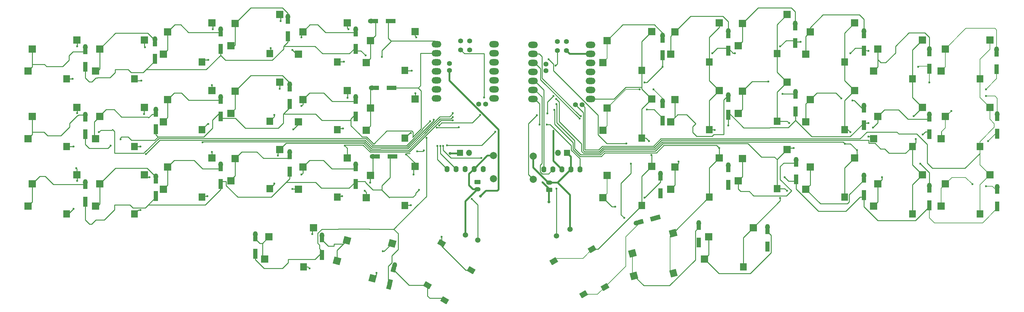
<source format=gbl>
G04 #@! TF.GenerationSoftware,KiCad,Pcbnew,(7.0.0-0)*
G04 #@! TF.CreationDate,2023-03-11T20:23:52-05:00*
G04 #@! TF.ProjectId,corne-ultralight,636f726e-652d-4756-9c74-72616c696768,2.0*
G04 #@! TF.SameCoordinates,Original*
G04 #@! TF.FileFunction,Copper,L2,Bot*
G04 #@! TF.FilePolarity,Positive*
%FSLAX46Y46*%
G04 Gerber Fmt 4.6, Leading zero omitted, Abs format (unit mm)*
G04 Created by KiCad (PCBNEW (7.0.0-0)) date 2023-03-11 20:23:52*
%MOMM*%
%LPD*%
G01*
G04 APERTURE LIST*
G04 Aperture macros list*
%AMRoundRect*
0 Rectangle with rounded corners*
0 $1 Rounding radius*
0 $2 $3 $4 $5 $6 $7 $8 $9 X,Y pos of 4 corners*
0 Add a 4 corners polygon primitive as box body*
4,1,4,$2,$3,$4,$5,$6,$7,$8,$9,$2,$3,0*
0 Add four circle primitives for the rounded corners*
1,1,$1+$1,$2,$3*
1,1,$1+$1,$4,$5*
1,1,$1+$1,$6,$7*
1,1,$1+$1,$8,$9*
0 Add four rect primitives between the rounded corners*
20,1,$1+$1,$2,$3,$4,$5,0*
20,1,$1+$1,$4,$5,$6,$7,0*
20,1,$1+$1,$6,$7,$8,$9,0*
20,1,$1+$1,$8,$9,$2,$3,0*%
%AMHorizOval*
0 Thick line with rounded ends*
0 $1 width*
0 $2 $3 position (X,Y) of the first rounded end (center of the circle)*
0 $4 $5 position (X,Y) of the second rounded end (center of the circle)*
0 Add line between two ends*
20,1,$1,$2,$3,$4,$5,0*
0 Add two circle primitives to create the rounded ends*
1,1,$1,$2,$3*
1,1,$1,$4,$5*%
%AMRotRect*
0 Rectangle, with rotation*
0 The origin of the aperture is its center*
0 $1 length*
0 $2 width*
0 $3 Rotation angle, in degrees counterclockwise*
0 Add horizontal line*
21,1,$1,$2,0,0,$3*%
G04 Aperture macros list end*
G04 #@! TA.AperFunction,ComponentPad*
%ADD10C,2.000000*%
G04 #@! TD*
G04 #@! TA.AperFunction,SMDPad,CuDef*
%ADD11R,1.900000X2.000000*%
G04 #@! TD*
G04 #@! TA.AperFunction,SMDPad,CuDef*
%ADD12R,2.000000X2.000000*%
G04 #@! TD*
G04 #@! TA.AperFunction,SMDPad,CuDef*
%ADD13RotRect,1.900000X2.000000X195.000000*%
G04 #@! TD*
G04 #@! TA.AperFunction,SMDPad,CuDef*
%ADD14RotRect,2.000000X2.000000X195.000000*%
G04 #@! TD*
G04 #@! TA.AperFunction,SMDPad,CuDef*
%ADD15RotRect,1.500000X2.000000X240.000000*%
G04 #@! TD*
G04 #@! TA.AperFunction,SMDPad,CuDef*
%ADD16RotRect,1.900000X2.000000X165.000000*%
G04 #@! TD*
G04 #@! TA.AperFunction,SMDPad,CuDef*
%ADD17RotRect,2.000000X2.000000X165.000000*%
G04 #@! TD*
G04 #@! TA.AperFunction,SMDPad,CuDef*
%ADD18RotRect,1.500000X2.000000X300.000000*%
G04 #@! TD*
G04 #@! TA.AperFunction,ComponentPad*
%ADD19O,1.397000X1.778000*%
G04 #@! TD*
G04 #@! TA.AperFunction,ComponentPad*
%ADD20O,2.750000X1.800000*%
G04 #@! TD*
G04 #@! TA.AperFunction,ComponentPad*
%ADD21C,1.397000*%
G04 #@! TD*
G04 #@! TA.AperFunction,ComponentPad*
%ADD22RoundRect,0.250000X0.625000X-0.350000X0.625000X0.350000X-0.625000X0.350000X-0.625000X-0.350000X0*%
G04 #@! TD*
G04 #@! TA.AperFunction,ComponentPad*
%ADD23O,1.750000X1.200000*%
G04 #@! TD*
G04 #@! TA.AperFunction,ComponentPad*
%ADD24R,1.700000X1.700000*%
G04 #@! TD*
G04 #@! TA.AperFunction,ComponentPad*
%ADD25O,1.700000X1.700000*%
G04 #@! TD*
G04 #@! TA.AperFunction,ComponentPad*
%ADD26RoundRect,0.250000X-0.625000X0.350000X-0.625000X-0.350000X0.625000X-0.350000X0.625000X0.350000X0*%
G04 #@! TD*
G04 #@! TA.AperFunction,ComponentPad*
%ADD27R,1.300000X1.778000*%
G04 #@! TD*
G04 #@! TA.AperFunction,SMDPad,CuDef*
%ADD28R,1.300000X1.400000*%
G04 #@! TD*
G04 #@! TA.AperFunction,ComponentPad*
%ADD29O,1.300000X1.778000*%
G04 #@! TD*
G04 #@! TA.AperFunction,ComponentPad*
%ADD30RotRect,1.778000X1.300000X195.000000*%
G04 #@! TD*
G04 #@! TA.AperFunction,SMDPad,CuDef*
%ADD31RotRect,1.400000X1.300000X15.000000*%
G04 #@! TD*
G04 #@! TA.AperFunction,ComponentPad*
%ADD32HorizOval,1.300000X-0.230856X-0.061858X0.230856X0.061858X0*%
G04 #@! TD*
G04 #@! TA.AperFunction,ComponentPad*
%ADD33RotRect,1.778000X1.300000X75.000000*%
G04 #@! TD*
G04 #@! TA.AperFunction,SMDPad,CuDef*
%ADD34RotRect,1.400000X1.300000X255.000000*%
G04 #@! TD*
G04 #@! TA.AperFunction,ComponentPad*
%ADD35HorizOval,1.300000X0.061858X0.230856X-0.061858X-0.230856X0*%
G04 #@! TD*
G04 #@! TA.AperFunction,ComponentPad*
%ADD36R,1.778000X1.300000*%
G04 #@! TD*
G04 #@! TA.AperFunction,SMDPad,CuDef*
%ADD37R,1.400000X1.300000*%
G04 #@! TD*
G04 #@! TA.AperFunction,ComponentPad*
%ADD38O,1.778000X1.300000*%
G04 #@! TD*
G04 #@! TA.AperFunction,SMDPad,CuDef*
%ADD39C,1.500000*%
G04 #@! TD*
G04 #@! TA.AperFunction,ViaPad*
%ADD40C,0.600000*%
G04 #@! TD*
G04 #@! TA.AperFunction,ViaPad*
%ADD41C,0.800000*%
G04 #@! TD*
G04 #@! TA.AperFunction,Conductor*
%ADD42C,0.250000*%
G04 #@! TD*
G04 #@! TA.AperFunction,Conductor*
%ADD43C,0.254000*%
G04 #@! TD*
G04 #@! TA.AperFunction,Conductor*
%ADD44C,0.500000*%
G04 #@! TD*
G04 #@! TA.AperFunction,Conductor*
%ADD45C,0.203200*%
G04 #@! TD*
G04 APERTURE END LIST*
D10*
X156012500Y-80067432D03*
X156012500Y-73567432D03*
D11*
X281484846Y-51820431D03*
D12*
X284284846Y-40840431D03*
X270584846Y-49620431D03*
X271784846Y-43380431D03*
D11*
X262484846Y-51820431D03*
D12*
X265284846Y-40840431D03*
X251584846Y-49620431D03*
X252784846Y-43380431D03*
D11*
X243484846Y-47070431D03*
D12*
X246284846Y-36090431D03*
X232584846Y-44870431D03*
X233784846Y-38630431D03*
D11*
X224484846Y-44695431D03*
D12*
X227284846Y-33715431D03*
X213584846Y-42495431D03*
X214784846Y-36255431D03*
D11*
X205484846Y-47070431D03*
D12*
X208284846Y-36090431D03*
X194584846Y-44870431D03*
X195784846Y-38630431D03*
D11*
X186484846Y-49445431D03*
D12*
X189284846Y-38465431D03*
X175584846Y-47245431D03*
X176784846Y-41005431D03*
D11*
X281484846Y-70820431D03*
D12*
X284284846Y-59840431D03*
X270584846Y-68620431D03*
X271784846Y-62380431D03*
D11*
X262484846Y-70820431D03*
D12*
X265284846Y-59840431D03*
X251584846Y-68620431D03*
X252784846Y-62380431D03*
D11*
X243484846Y-66070431D03*
D12*
X246284846Y-55090431D03*
X232584846Y-63870431D03*
X233784846Y-57630431D03*
D11*
X224484846Y-63695431D03*
D12*
X227284846Y-52715431D03*
X213584846Y-61495431D03*
X214784846Y-55255431D03*
D11*
X205484846Y-66070431D03*
D12*
X208284846Y-55090431D03*
X194584846Y-63870431D03*
X195784846Y-57630431D03*
D11*
X186484846Y-68445431D03*
D12*
X189284846Y-57465431D03*
X175584846Y-66245431D03*
X176784846Y-60005431D03*
D11*
X281484846Y-89820431D03*
D12*
X284284846Y-78840431D03*
X270584846Y-87620431D03*
X271784846Y-81380431D03*
D11*
X262484846Y-89820431D03*
D12*
X265284846Y-78840431D03*
X251584846Y-87620431D03*
X252784846Y-81380431D03*
D11*
X243484846Y-85070431D03*
D12*
X246284846Y-74090431D03*
X232584846Y-82870431D03*
X233784846Y-76630431D03*
D11*
X224484846Y-82695431D03*
D12*
X227284846Y-71715431D03*
X213584846Y-80495431D03*
X214784846Y-74255431D03*
D11*
X205484846Y-85070431D03*
D12*
X208284846Y-74090431D03*
X194584846Y-82870431D03*
X195784846Y-76630431D03*
D11*
X214984846Y-104695431D03*
D12*
X217784846Y-93715431D03*
X204084846Y-102495431D03*
X205284846Y-96255431D03*
D13*
X195416471Y-106519700D03*
D14*
X195279230Y-95189141D03*
X184318477Y-107215791D03*
X183862557Y-100877831D03*
D11*
X186484846Y-87445431D03*
D12*
X189284846Y-76465431D03*
X175584846Y-85245431D03*
X176784846Y-79005431D03*
D11*
X119987499Y-49444999D03*
D12*
X122787499Y-38464999D03*
X109087499Y-47244999D03*
X110287499Y-41004999D03*
D11*
X100987499Y-47069999D03*
D12*
X103787499Y-36089999D03*
X90087499Y-44869999D03*
X91287499Y-38629999D03*
D11*
X81987499Y-44694999D03*
D12*
X84787499Y-33714999D03*
X71087499Y-42494999D03*
X72287499Y-36254999D03*
D11*
X62987499Y-47069999D03*
D12*
X65787499Y-36089999D03*
X52087499Y-44869999D03*
X53287499Y-38629999D03*
D11*
X43987499Y-51819999D03*
D12*
X46787499Y-40839999D03*
X33087499Y-49619999D03*
X34287499Y-43379999D03*
D11*
X119987499Y-87444999D03*
D12*
X122787499Y-76464999D03*
X109087499Y-85244999D03*
X110287499Y-79004999D03*
D15*
X130288090Y-97991859D03*
X138547049Y-105646923D03*
X126337794Y-109913972D03*
X131141793Y-114073202D03*
D11*
X24987499Y-89819999D03*
D12*
X27787499Y-78839999D03*
X14087499Y-87619999D03*
X15287499Y-81379999D03*
D16*
X110865059Y-107968655D03*
D17*
X116411484Y-98087482D03*
X100905869Y-103022490D03*
X103680011Y-97305696D03*
D11*
X91487499Y-104694999D03*
D12*
X94287499Y-93714999D03*
X80587499Y-102494999D03*
X81787499Y-96254999D03*
D11*
X100987499Y-85069999D03*
D12*
X103787499Y-74089999D03*
X90087499Y-82869999D03*
X91287499Y-76629999D03*
D11*
X81987499Y-82694999D03*
D12*
X84787499Y-71714999D03*
X71087499Y-80494999D03*
X72287499Y-74254999D03*
D11*
X62987499Y-85069999D03*
D12*
X65787499Y-74089999D03*
X52087499Y-82869999D03*
X53287499Y-76629999D03*
D11*
X43987499Y-89819999D03*
D12*
X46787499Y-78839999D03*
X33087499Y-87619999D03*
X34287499Y-81379999D03*
D11*
X119987499Y-68444999D03*
D12*
X122787499Y-57464999D03*
X109087499Y-66244999D03*
X110287499Y-60004999D03*
D11*
X100987499Y-66069999D03*
D12*
X103787499Y-55089999D03*
X90087499Y-63869999D03*
X91287499Y-57629999D03*
D11*
X81987499Y-63694999D03*
D12*
X84787499Y-52714999D03*
X71087499Y-61494999D03*
X72287499Y-55254999D03*
D11*
X62987499Y-66069999D03*
D12*
X65787499Y-55089999D03*
X52087499Y-63869999D03*
X53287499Y-57629999D03*
D11*
X43987499Y-70819999D03*
D12*
X46787499Y-59839999D03*
X33087499Y-68619999D03*
X34287499Y-62379999D03*
D11*
X24987499Y-70819999D03*
D12*
X27787499Y-59839999D03*
X14087499Y-68619999D03*
X15287499Y-62379999D03*
D11*
X24987499Y-51819999D03*
D12*
X27787499Y-40839999D03*
X14087499Y-49619999D03*
X15287499Y-43379999D03*
D18*
X161785437Y-103072291D03*
X172544396Y-99747355D03*
X170135141Y-112454404D03*
X176139140Y-110373634D03*
D19*
X131758499Y-77167999D03*
X134298499Y-77167999D03*
X136838499Y-77167999D03*
X139378499Y-77167999D03*
X141918499Y-77167999D03*
D10*
X144862500Y-79921000D03*
X144862500Y-73421000D03*
D19*
X158987499Y-77309999D03*
X161527499Y-77309999D03*
X164067499Y-77309999D03*
X166607499Y-77309999D03*
X169147499Y-77309999D03*
D20*
X128798899Y-42085399D03*
X128798899Y-44625399D03*
X128798899Y-47165399D03*
X128798899Y-49705399D03*
X128798899Y-52245399D03*
X128798899Y-54785399D03*
X128798899Y-57325399D03*
X144988899Y-57325399D03*
X144988899Y-54785399D03*
X144988899Y-52245399D03*
X144988899Y-49705399D03*
X144988899Y-47165399D03*
X144988899Y-44625399D03*
X144988899Y-42085399D03*
D21*
X135623900Y-41133400D03*
X138163900Y-41133400D03*
X135623900Y-43673400D03*
X138163900Y-43673400D03*
X132448900Y-49388400D03*
X132448900Y-47483400D03*
X140703900Y-58913400D03*
X142608900Y-58913400D03*
D20*
X155951499Y-42212399D03*
X155951499Y-44752399D03*
X155951499Y-47292399D03*
X155951499Y-49832399D03*
X155951499Y-52372399D03*
X155951499Y-54912399D03*
X155951499Y-57452399D03*
X172141499Y-57452399D03*
X172141499Y-54912399D03*
X172141499Y-52372399D03*
X172141499Y-49832399D03*
X172141499Y-47292399D03*
X172141499Y-44752399D03*
X172141499Y-42212399D03*
D21*
X162776500Y-41260400D03*
X165316500Y-41260400D03*
X162776500Y-43800400D03*
X165316500Y-43800400D03*
X159601500Y-49515400D03*
X159601500Y-47610400D03*
X167856500Y-59040400D03*
X169761500Y-59040400D03*
D22*
X160537500Y-83045000D03*
D23*
X160537499Y-81044999D03*
D24*
X165512499Y-72594999D03*
D25*
X162972499Y-72594999D03*
D24*
X135472499Y-72594999D03*
D25*
X138012499Y-72594999D03*
D26*
X140387500Y-80845000D03*
D23*
X140387499Y-82844999D03*
D27*
X286347499Y-88239999D03*
D28*
X286347499Y-87014999D03*
X286347499Y-83464999D03*
D29*
X286347499Y-82239999D03*
D27*
X248882499Y-85064999D03*
D28*
X248882499Y-83839999D03*
X248882499Y-80289999D03*
D29*
X248882499Y-79064999D03*
D27*
X229832499Y-80619999D03*
D28*
X229832499Y-79394999D03*
X229832499Y-75844999D03*
D29*
X229832499Y-74619999D03*
D27*
X210782499Y-82170431D03*
D28*
X210782499Y-80945431D03*
X210782499Y-77395431D03*
D29*
X210782499Y-76170431D03*
D27*
X191732499Y-84545431D03*
D28*
X191732499Y-83320431D03*
X191732499Y-79770431D03*
D29*
X191732499Y-78545431D03*
D27*
X221831499Y-99542999D03*
D28*
X221831499Y-98317999D03*
X221831499Y-94767999D03*
D29*
X221831499Y-93542999D03*
D27*
X202527499Y-98399999D03*
D28*
X202527499Y-97174999D03*
X202527499Y-93624999D03*
D29*
X202527499Y-92399999D03*
D30*
X190820276Y-90813542D03*
D31*
X189637017Y-91130595D03*
X186207981Y-92049403D03*
D32*
X185024722Y-92366456D03*
D27*
X286184846Y-49620431D03*
D28*
X286184846Y-48395431D03*
X286184846Y-44845431D03*
D29*
X286184846Y-43620431D03*
D27*
X267297499Y-49504999D03*
D28*
X267297499Y-48279999D03*
X267297499Y-44729999D03*
D29*
X267297499Y-43504999D03*
D27*
X248882499Y-44424999D03*
D28*
X248882499Y-43199999D03*
X248882499Y-39649999D03*
D29*
X248882499Y-38424999D03*
D27*
X229582499Y-42269999D03*
D28*
X229582499Y-41044999D03*
X229582499Y-37494999D03*
D29*
X229582499Y-36269999D03*
D27*
X210782499Y-44424999D03*
D28*
X210782499Y-43199999D03*
X210782499Y-39649999D03*
D29*
X210782499Y-38424999D03*
D27*
X192367499Y-45694999D03*
D28*
X192367499Y-44469999D03*
X192367499Y-40919999D03*
D29*
X192367499Y-39694999D03*
D27*
X286347499Y-67789999D03*
D28*
X286347499Y-66564999D03*
X286347499Y-63014999D03*
D29*
X286347499Y-61789999D03*
D27*
X267297499Y-67909999D03*
D28*
X267297499Y-66684999D03*
X267297499Y-63134999D03*
D29*
X267297499Y-61909999D03*
D27*
X248882499Y-65379999D03*
D28*
X248882499Y-64154999D03*
X248882499Y-60604999D03*
D29*
X248882499Y-59379999D03*
D27*
X229697499Y-61495431D03*
D28*
X229697499Y-60270431D03*
X229697499Y-56720431D03*
D29*
X229697499Y-55495431D03*
D27*
X210782499Y-62440431D03*
D28*
X210782499Y-61215431D03*
X210782499Y-57665431D03*
D29*
X210782499Y-56440431D03*
D27*
X50000499Y-85318999D03*
D28*
X50000499Y-84093999D03*
X50000499Y-80543999D03*
D29*
X50000499Y-79318999D03*
D27*
X50000499Y-66522999D03*
D28*
X50000499Y-65297999D03*
X50000499Y-61747999D03*
D29*
X50000499Y-60522999D03*
D27*
X49746499Y-46710999D03*
D28*
X49746499Y-45485999D03*
X49746499Y-41935999D03*
D29*
X49746499Y-40710999D03*
D27*
X192367499Y-64109999D03*
D28*
X192367499Y-62884999D03*
X192367499Y-59334999D03*
D29*
X192367499Y-58109999D03*
D33*
X115518042Y-110108776D03*
D34*
X115835095Y-108925517D03*
X116753903Y-105496481D03*
D35*
X117070956Y-104313222D03*
D27*
X96687499Y-101904999D03*
D28*
X96687499Y-100679999D03*
X96687499Y-97129999D03*
D29*
X96687499Y-95904999D03*
D27*
X77940499Y-101574999D03*
D28*
X77940499Y-100349999D03*
X77940499Y-96799999D03*
D29*
X77940499Y-95574999D03*
D36*
X117008499Y-73682999D03*
D37*
X115783499Y-73682999D03*
X112233499Y-73682999D03*
D38*
X111008499Y-73682999D03*
D27*
X106187499Y-81919999D03*
D28*
X106187499Y-80694999D03*
X106187499Y-77144999D03*
D29*
X106187499Y-75919999D03*
D27*
X87592499Y-78460999D03*
D28*
X87592499Y-77235999D03*
X87592499Y-73685999D03*
D29*
X87592499Y-72460999D03*
D27*
X68187499Y-81919999D03*
D28*
X68187499Y-80694999D03*
X68187499Y-77144999D03*
D29*
X68187499Y-75919999D03*
D27*
X30187499Y-86916874D03*
D28*
X30187499Y-85691874D03*
X30187499Y-82141874D03*
D29*
X30187499Y-80916874D03*
D36*
X116754499Y-54378999D03*
D37*
X115529499Y-54378999D03*
X111979499Y-54378999D03*
D38*
X110754499Y-54378999D03*
D27*
X106187499Y-62919999D03*
D28*
X106187499Y-61694999D03*
X106187499Y-58144999D03*
D29*
X106187499Y-56919999D03*
D27*
X87592499Y-59410999D03*
D28*
X87592499Y-58185999D03*
X87592499Y-54635999D03*
D29*
X87592499Y-53410999D03*
D27*
X68187499Y-62919999D03*
D28*
X68187499Y-61694999D03*
X68187499Y-58144999D03*
D29*
X68187499Y-56919999D03*
D27*
X30187499Y-67916874D03*
D28*
X30187499Y-66691874D03*
X30187499Y-63141874D03*
D29*
X30187499Y-61916874D03*
D36*
X116500499Y-35582999D03*
D37*
X115275499Y-35582999D03*
X111725499Y-35582999D03*
D38*
X110500499Y-35582999D03*
D27*
X106187499Y-43919999D03*
D28*
X106187499Y-42694999D03*
X106187499Y-39144999D03*
D29*
X106187499Y-37919999D03*
D27*
X87084499Y-40360999D03*
D28*
X87084499Y-39135999D03*
X87084499Y-35585999D03*
D29*
X87084499Y-34360999D03*
D27*
X68187499Y-43919999D03*
D28*
X68187499Y-42694999D03*
X68187499Y-39144999D03*
D29*
X68187499Y-37919999D03*
D27*
X30187499Y-48916874D03*
D28*
X30187499Y-47691874D03*
X30187499Y-44141874D03*
D29*
X30187499Y-42916874D03*
D27*
X267297499Y-87909999D03*
D28*
X267297499Y-86684999D03*
X267297499Y-83134999D03*
D29*
X267297499Y-81909999D03*
D39*
X140399100Y-97178000D03*
X162522500Y-96035000D03*
X166332500Y-94130000D03*
X136944700Y-95755600D03*
D40*
X108928500Y-45235000D03*
X113496599Y-45582474D03*
X40094500Y-68857000D03*
X37300500Y-70635000D03*
D41*
X160387500Y-86445000D03*
D40*
X158636300Y-80922000D03*
X123939900Y-83004800D03*
X126046369Y-68423469D03*
X90894500Y-40155000D03*
X88354500Y-43711000D03*
X90894500Y-59459000D03*
X88608500Y-66063000D03*
X88354500Y-82827000D03*
X90894500Y-78763000D03*
X110198500Y-81049000D03*
X108674500Y-83335000D03*
D41*
X132677500Y-72794000D03*
D40*
X138748100Y-85621000D03*
X27902500Y-80541000D03*
X27648500Y-76985000D03*
X128916569Y-65553269D03*
X135115900Y-65453400D03*
X26886500Y-88415000D03*
X26632500Y-51839000D03*
X26886500Y-70889000D03*
X33998500Y-66825000D03*
X27902500Y-61491000D03*
X27902500Y-42695000D03*
X127035459Y-63697560D03*
X46952500Y-42949000D03*
X45936500Y-52347000D03*
X45682500Y-70889000D03*
X129589669Y-64880169D03*
X48222500Y-79525000D03*
X128042285Y-63332786D03*
X47222500Y-72945000D03*
X141095110Y-61988790D03*
X46698500Y-61745000D03*
X45682500Y-88719989D03*
X63112500Y-69658478D03*
X133427000Y-61468872D03*
X65748500Y-72413000D03*
X64732500Y-64539000D03*
X66002500Y-37869000D03*
X64478500Y-84859000D03*
X64732500Y-46505000D03*
X65748500Y-53617000D03*
X133427000Y-62581226D03*
X84290500Y-73429000D03*
X93942500Y-95527000D03*
X85052500Y-35583000D03*
X83274500Y-81303000D03*
X84798500Y-54633000D03*
X93180500Y-105179000D03*
X82258500Y-43203000D03*
X83274500Y-61999000D03*
X133450000Y-63461904D03*
X102578500Y-65809000D03*
X111976500Y-106449000D03*
X104102500Y-37869000D03*
X102832500Y-47013000D03*
X103086500Y-70635000D03*
X102324500Y-84859000D03*
X113754500Y-100353000D03*
X103848500Y-57173000D03*
X125311500Y-71955800D03*
X122898500Y-55903000D03*
X121628500Y-87399000D03*
X121628500Y-67079000D03*
X145326700Y-66698000D03*
X123388000Y-72184400D03*
X123152500Y-40155000D03*
X131813900Y-70482600D03*
X122390500Y-78763000D03*
X130264500Y-96289000D03*
X121882500Y-49553000D03*
X120262500Y-73008042D03*
X142215000Y-57015400D03*
X129902528Y-70647032D03*
X129104150Y-70689418D03*
D41*
X141186500Y-84859000D03*
D40*
X187287500Y-52855000D03*
X192367500Y-48410000D03*
X267297500Y-52855000D03*
X212687500Y-44600000D03*
X283172500Y-54760000D03*
X231102500Y-41425000D03*
X245072500Y-44600000D03*
X264122500Y-48410000D03*
X206337500Y-44600000D03*
X250152500Y-43965000D03*
X225387500Y-42695000D03*
X187922500Y-60475000D03*
X265392500Y-67460000D03*
X210782500Y-64920000D03*
X283807500Y-69365000D03*
X169427377Y-62303800D03*
X250152500Y-64285000D03*
X273455268Y-60829528D03*
X283172500Y-56665000D03*
X251422500Y-65555000D03*
X250152500Y-68095000D03*
X245707500Y-57935000D03*
X242532500Y-57300000D03*
X222047323Y-52594644D03*
X226022500Y-56030000D03*
X169058342Y-63013037D03*
X226657500Y-79525000D03*
X189827500Y-54760000D03*
X185872752Y-54789290D03*
X283172500Y-82065000D03*
X279362500Y-81430000D03*
X264757500Y-75715000D03*
X253962500Y-79525000D03*
X196812500Y-75080000D03*
X179032500Y-87780000D03*
X187287500Y-85240000D03*
X160363500Y-46327200D03*
X181572500Y-90955000D03*
X183477500Y-75715000D03*
X182207500Y-70000000D03*
X162293900Y-48054400D03*
X161684300Y-56614200D03*
X159957100Y-61541800D03*
X157036100Y-62024400D03*
X263487500Y-68730000D03*
X262852500Y-62272779D03*
X243559368Y-70045000D03*
X245072500Y-66825000D03*
X162446300Y-57477800D03*
X246977500Y-71905000D03*
X229197500Y-71270000D03*
X227292500Y-83335000D03*
X162547900Y-58925600D03*
X227927500Y-64285000D03*
X225387500Y-85358500D03*
X208242500Y-71270000D03*
X161963700Y-60551200D03*
X206972500Y-66190000D03*
X189192500Y-73227080D03*
X188557500Y-69365000D03*
X141418823Y-74067723D03*
X130699211Y-70714111D03*
X162522500Y-82700000D03*
X157798100Y-64666000D03*
X159804700Y-64666000D03*
D42*
X33197500Y-51547631D02*
X33601871Y-51547631D01*
X30187500Y-48916875D02*
X30187500Y-47691875D01*
D43*
X69589501Y-46572001D02*
X68187500Y-45170000D01*
X38574500Y-49214000D02*
X42256500Y-49214000D01*
X82714499Y-46572001D02*
X69589501Y-46572001D01*
D42*
X30197500Y-51547631D02*
X30197500Y-48926875D01*
X116041500Y-41170000D02*
X128358500Y-41170000D01*
D43*
X42256500Y-49214000D02*
X43079011Y-50036511D01*
X61768500Y-49214000D02*
X61787500Y-49195000D01*
D42*
X116040500Y-41171000D02*
X115275500Y-40406000D01*
X33601871Y-51547631D02*
X33654501Y-51495001D01*
X106187500Y-43920000D02*
X106187500Y-42695000D01*
X49746500Y-46761000D02*
X47293500Y-49214000D01*
D43*
X43079011Y-50036511D02*
X46470989Y-50036511D01*
D42*
X113496599Y-45582474D02*
X113496599Y-43877142D01*
D43*
X47293500Y-49214000D02*
X61768500Y-49214000D01*
D42*
X68192500Y-42690000D02*
X68187500Y-42695000D01*
X107613500Y-43920000D02*
X108928500Y-45235000D01*
D43*
X104380500Y-44727000D02*
X96797500Y-44727000D01*
D42*
X115275500Y-40406000D02*
X115275500Y-35583000D01*
X32085131Y-52660000D02*
X31309869Y-52660000D01*
X30197500Y-48926875D02*
X30187500Y-48916875D01*
X49746500Y-46711000D02*
X49746500Y-46761000D01*
X37136499Y-51495001D02*
X38574500Y-50057000D01*
D43*
X64162500Y-49195000D02*
X68187500Y-45170000D01*
X106197500Y-42910000D02*
X104380500Y-44727000D01*
D42*
X68187500Y-43920000D02*
X68187500Y-42695000D01*
D43*
X96797500Y-44727000D02*
X94720024Y-42649524D01*
X61787500Y-49195000D02*
X64162500Y-49195000D01*
D42*
X33197500Y-51547631D02*
X32085131Y-52660000D01*
X87084500Y-41477524D02*
X85912500Y-42649524D01*
X87084500Y-40361000D02*
X87084500Y-41477524D01*
X128358500Y-41170000D02*
X129273900Y-42085400D01*
D43*
X46470989Y-50036511D02*
X47293500Y-49214000D01*
D42*
X116040500Y-41171000D02*
X116041500Y-41170000D01*
D43*
X85912500Y-42649524D02*
X85912500Y-43374000D01*
D42*
X33654501Y-51495001D02*
X37136499Y-51495001D01*
X38574500Y-50057000D02*
X38574500Y-49214000D01*
D43*
X68187500Y-45170000D02*
X68187500Y-43920000D01*
D42*
X116040500Y-41333241D02*
X116040500Y-41171000D01*
X113496599Y-43877142D02*
X116040500Y-41333241D01*
D43*
X85912500Y-43374000D02*
X82714499Y-46572001D01*
D42*
X106187500Y-43920000D02*
X107613500Y-43920000D01*
D43*
X94720024Y-42649524D02*
X85912500Y-42649524D01*
D42*
X31309869Y-52660000D02*
X30197500Y-51547631D01*
X67612500Y-61695000D02*
X65887500Y-63420000D01*
X85814196Y-64285304D02*
X85814196Y-61745000D01*
X85814196Y-61745000D02*
X94874500Y-61745000D01*
X65887500Y-65720000D02*
X63479541Y-68127959D01*
X106187500Y-62920000D02*
X106187500Y-61695000D01*
D43*
X107150500Y-67333000D02*
X104812500Y-64995000D01*
X49720989Y-69036511D02*
X50629541Y-68127959D01*
D42*
X68187500Y-62920000D02*
X68187500Y-61695000D01*
X87592500Y-59411000D02*
X87592500Y-59966696D01*
X40094500Y-68414918D02*
X40381459Y-68127959D01*
X30187500Y-67916875D02*
X30187500Y-66691875D01*
X30187500Y-70243549D02*
X31341212Y-71397261D01*
X63479541Y-68127959D02*
X61895459Y-68127959D01*
D43*
X104812500Y-64995000D02*
X104812500Y-63295000D01*
X122154500Y-68194000D02*
X124520489Y-65828011D01*
D42*
X121887384Y-66454000D02*
X122253500Y-66820116D01*
X30187500Y-67916875D02*
X30187500Y-70243549D01*
X50000500Y-66523000D02*
X50000500Y-67587000D01*
D43*
X40381459Y-68127959D02*
X42255459Y-68127959D01*
X123701480Y-54379000D02*
X116754500Y-54379000D01*
D42*
X72397500Y-62920000D02*
X75152500Y-65675000D01*
X68187500Y-61695000D02*
X67612500Y-61695000D01*
X104812500Y-63070000D02*
X106187500Y-61695000D01*
X94874500Y-61745000D02*
X96652500Y-63523000D01*
X50000500Y-67587000D02*
X50508500Y-68095000D01*
D43*
X124520490Y-55198010D02*
X123701480Y-54379000D01*
D42*
X107914500Y-68097000D02*
X109187500Y-68097000D01*
X31341212Y-71397261D02*
X36538239Y-71397261D01*
X107150500Y-67333000D02*
X107914500Y-68097000D01*
D43*
X50629541Y-68127959D02*
X61895459Y-68127959D01*
D42*
X122253500Y-66820116D02*
X122253500Y-68095000D01*
D43*
X124346300Y-44625400D02*
X129273900Y-44625400D01*
D42*
X122253500Y-68095000D02*
X122154500Y-68194000D01*
X104584500Y-63523000D02*
X104812500Y-63295000D01*
D43*
X43164011Y-69036511D02*
X49720989Y-69036511D01*
D42*
X36538239Y-71397261D02*
X37300500Y-70635000D01*
X75152500Y-65675000D02*
X84424500Y-65675000D01*
D43*
X123701480Y-54379000D02*
X124346300Y-53734180D01*
D42*
X65887500Y-63420000D02*
X65887500Y-65720000D01*
D43*
X124520489Y-65828011D02*
X124520490Y-55198010D01*
D42*
X40094500Y-68857000D02*
X40094500Y-68414918D01*
X96652500Y-63523000D02*
X104584500Y-63523000D01*
X114903300Y-66454000D02*
X121887384Y-66454000D01*
X84424500Y-65675000D02*
X85814196Y-64285304D01*
X111223900Y-70133400D02*
X114903300Y-66454000D01*
X87592500Y-59966696D02*
X85814196Y-61745000D01*
X109187500Y-68097000D02*
X111223900Y-70133400D01*
D43*
X124346300Y-53734180D02*
X124346300Y-44625400D01*
D42*
X104812500Y-63295000D02*
X104812500Y-63070000D01*
X68187500Y-62920000D02*
X72397500Y-62920000D01*
D43*
X42255459Y-68127959D02*
X43164011Y-69036511D01*
D44*
X160537500Y-83045000D02*
X160537500Y-82823200D01*
X160387500Y-86445000D02*
X160387500Y-83195000D01*
X160537500Y-82823200D02*
X158636300Y-80922000D01*
X160387500Y-83195000D02*
X160537500Y-83045000D01*
D43*
X108947500Y-80910000D02*
X108732500Y-80695000D01*
X104284500Y-82573000D02*
X105947500Y-80910000D01*
D42*
X68192500Y-80690000D02*
X69762500Y-80690000D01*
D43*
X108732500Y-80695000D02*
X106187500Y-80695000D01*
X47883500Y-87234000D02*
X63873500Y-87234000D01*
D42*
X122962500Y-83943400D02*
X122962500Y-84370000D01*
X113500500Y-81873241D02*
X113500500Y-83039000D01*
X31385000Y-92660000D02*
X32010000Y-92660000D01*
X73055500Y-85113000D02*
X82402500Y-85113000D01*
X32010000Y-92660000D02*
X33197500Y-91472500D01*
X115617500Y-85240000D02*
X113458500Y-83081000D01*
X87592500Y-79923000D02*
X86551500Y-80964000D01*
X68187500Y-80695000D02*
X68192500Y-80690000D01*
X110993500Y-83081000D02*
X113458500Y-83081000D01*
X30197500Y-86926875D02*
X30197500Y-91472500D01*
X122219500Y-85113000D02*
X115744500Y-85113000D01*
X115744500Y-85113000D02*
X115617500Y-85240000D01*
X115783500Y-73683000D02*
X115783500Y-79590241D01*
X30187500Y-86916875D02*
X30197500Y-86926875D01*
D43*
X38384500Y-87234000D02*
X42753500Y-87234000D01*
D42*
X50000500Y-85319000D02*
X49798500Y-85319000D01*
X115783500Y-79590241D02*
X113500500Y-81873241D01*
X106187500Y-80695000D02*
X106187500Y-81920000D01*
D43*
X47024011Y-88093489D02*
X47883500Y-87234000D01*
D42*
X123939900Y-83004800D02*
X123901100Y-83004800D01*
X33197500Y-91472500D02*
X35513000Y-91472500D01*
D43*
X86551500Y-80964000D02*
X94874500Y-80964000D01*
X94874500Y-80964000D02*
X96483500Y-82573000D01*
X96483500Y-82573000D02*
X104284500Y-82573000D01*
D42*
X68187500Y-81920000D02*
X68187500Y-80695000D01*
D43*
X68187500Y-82920000D02*
X68187500Y-81920000D01*
D42*
X69762500Y-80690000D02*
X69762500Y-81820000D01*
D43*
X43612989Y-88093489D02*
X47024011Y-88093489D01*
D42*
X82402500Y-85113000D02*
X86551500Y-80964000D01*
X87592500Y-78461000D02*
X87592500Y-79923000D01*
X30187500Y-86916875D02*
X30187500Y-85691875D01*
X30197500Y-91472500D02*
X31385000Y-92660000D01*
X122962500Y-84370000D02*
X122219500Y-85113000D01*
D43*
X108947500Y-80910000D02*
X108947500Y-81035000D01*
X42753500Y-87234000D02*
X43612989Y-88093489D01*
D42*
X109197500Y-81285000D02*
X110993500Y-83081000D01*
X69762500Y-81820000D02*
X73055500Y-85113000D01*
D43*
X108947500Y-81035000D02*
X109197500Y-81285000D01*
D42*
X49798500Y-85319000D02*
X47883500Y-87234000D01*
X38384500Y-88601000D02*
X38384500Y-87234000D01*
X123901100Y-83004800D02*
X122962500Y-83943400D01*
X113500500Y-83039000D02*
X113458500Y-83081000D01*
D43*
X63873500Y-87234000D02*
X68187500Y-82920000D01*
D42*
X35513000Y-91472500D02*
X38384500Y-88601000D01*
X23877687Y-48295001D02*
X19278501Y-48295001D01*
X15287500Y-47690000D02*
X15287500Y-48420000D01*
X15287500Y-43380000D02*
X15287500Y-47690000D01*
X25612500Y-46560188D02*
X23877687Y-48295001D01*
X25612500Y-45245000D02*
X25612500Y-46560188D01*
X19278501Y-48295001D02*
X18728499Y-47744999D01*
X18728499Y-47744999D02*
X15342499Y-47744999D01*
X30187500Y-42916875D02*
X30187500Y-44141875D01*
X26715625Y-44141875D02*
X25612500Y-45245000D01*
X30187500Y-44141875D02*
X26715625Y-44141875D01*
X15342499Y-47744999D02*
X15287500Y-47690000D01*
X30187500Y-44141875D02*
X30197500Y-44131875D01*
X15287500Y-48420000D02*
X14087500Y-49620000D01*
X116325093Y-101592407D02*
X118072500Y-99845000D01*
D43*
X95484500Y-95248000D02*
X95484500Y-98085000D01*
D42*
X87199500Y-103540000D02*
X87199500Y-102639000D01*
X96687500Y-101905000D02*
X96687500Y-100680000D01*
D43*
X123437500Y-87470000D02*
X116813500Y-94094000D01*
X116813500Y-94094000D02*
X110003568Y-94094000D01*
D42*
X115304374Y-104538058D02*
X116325093Y-103517339D01*
X116325093Y-103517339D02*
X116325093Y-101592407D01*
D43*
X110003568Y-94094000D02*
X109995547Y-94085979D01*
X101210212Y-94085980D02*
X101202192Y-94094000D01*
X95974500Y-98575000D02*
X95974500Y-99562000D01*
X101202192Y-94094000D02*
X96638500Y-94094000D01*
D42*
X85560500Y-105179000D02*
X87199500Y-103540000D01*
D43*
X95974500Y-99562000D02*
X96687500Y-100275000D01*
X94718500Y-102639000D02*
X96697500Y-100660000D01*
X109995547Y-94085979D02*
X101210212Y-94085980D01*
X87199500Y-102639000D02*
X94718500Y-102639000D01*
X95484500Y-98085000D02*
X95974500Y-98575000D01*
D42*
X115304374Y-108394796D02*
X115304374Y-104538058D01*
D43*
X123437500Y-87470000D02*
X126046369Y-84861131D01*
D42*
X118072500Y-99845000D02*
X118072500Y-95353000D01*
D43*
X96638500Y-94094000D02*
X95484500Y-95248000D01*
D42*
X77940500Y-102714000D02*
X80405500Y-105179000D01*
X80405500Y-105179000D02*
X85560500Y-105179000D01*
X118072500Y-95353000D02*
X116813500Y-94094000D01*
D43*
X126046369Y-84861131D02*
X126046369Y-68423469D01*
D42*
X77940500Y-101575000D02*
X77940500Y-102714000D01*
X115835096Y-108925518D02*
X115304374Y-108394796D01*
X38702501Y-38964999D02*
X34287500Y-43380000D01*
X49746500Y-41936000D02*
X49746500Y-40986000D01*
X47725499Y-38964999D02*
X38702501Y-38964999D01*
X33187500Y-48920000D02*
X33197500Y-48930000D01*
D43*
X33184375Y-48916875D02*
X33187500Y-48920000D01*
D42*
X34287500Y-48980000D02*
X33647500Y-49620000D01*
X49746500Y-40986000D02*
X47725499Y-38964999D01*
X34287500Y-43380000D02*
X34287500Y-48980000D01*
X53287500Y-43670000D02*
X52087500Y-44870000D01*
X68187500Y-39145000D02*
X67837499Y-38794999D01*
X68187500Y-37920000D02*
X68187500Y-39145000D01*
X53287500Y-38630000D02*
X53287500Y-43670000D01*
X55318500Y-36599000D02*
X53287500Y-38630000D01*
X67837499Y-38794999D02*
X59194151Y-38794999D01*
X56998152Y-36599000D02*
X55318500Y-36599000D01*
X59194151Y-38794999D02*
X56998152Y-36599000D01*
X72287500Y-42252000D02*
X71838112Y-42701388D01*
X72287500Y-36255000D02*
X72287500Y-42252000D01*
X85562499Y-31839999D02*
X76702501Y-31839999D01*
X87084500Y-33362000D02*
X85562499Y-31839999D01*
X87084500Y-35586000D02*
X87084500Y-33362000D01*
X76702501Y-31839999D02*
X72287500Y-36255000D01*
X97662499Y-38794999D02*
X95466500Y-36599000D01*
X90087500Y-44870000D02*
X89513500Y-44870000D01*
X106187500Y-39145000D02*
X105837499Y-38794999D01*
X90894500Y-39023000D02*
X91287500Y-38630000D01*
X105837499Y-38794999D02*
X97662499Y-38794999D01*
X106187500Y-37920000D02*
X106187500Y-39145000D01*
X95466500Y-36599000D02*
X93318500Y-36599000D01*
X90894500Y-40155000D02*
X90894500Y-39023000D01*
X89513500Y-44870000D02*
X88354500Y-43711000D01*
X93318500Y-36599000D02*
X91287500Y-38630000D01*
X111725500Y-39567000D02*
X110287500Y-41005000D01*
X110287500Y-41005000D02*
X110287500Y-46045000D01*
X111725500Y-35583000D02*
X111725500Y-39567000D01*
X110287500Y-46045000D02*
X109087500Y-47245000D01*
X15287500Y-66740000D02*
X15287500Y-67420000D01*
X28161384Y-62116000D02*
X28360509Y-61916875D01*
X28039500Y-62116000D02*
X28161384Y-62116000D01*
X30187500Y-61916875D02*
X30187500Y-63141875D01*
X15287500Y-62380000D02*
X15287500Y-66740000D01*
X25812500Y-64343000D02*
X28039500Y-62116000D01*
X15287500Y-66740000D02*
X15292499Y-66744999D01*
X25812500Y-65360188D02*
X25812500Y-64343000D01*
X28360509Y-61916875D02*
X30187500Y-61916875D01*
X18563457Y-66744999D02*
X19612979Y-67794521D01*
X19612979Y-67794521D02*
X23378167Y-67794521D01*
X15292499Y-66744999D02*
X18563457Y-66744999D01*
X15287500Y-67420000D02*
X14087500Y-68620000D01*
X23378167Y-67794521D02*
X25812500Y-65360188D01*
X32732375Y-63935125D02*
X32732375Y-68604875D01*
X34287500Y-62218000D02*
X34287500Y-62380000D01*
X47752499Y-62544999D02*
X40386499Y-62544999D01*
X32732375Y-68604875D02*
X32747500Y-68620000D01*
X40386499Y-62544999D02*
X38316500Y-60475000D01*
X38316500Y-60475000D02*
X36030500Y-60475000D01*
X50000500Y-61748000D02*
X48981500Y-61748000D01*
X47968500Y-62761000D02*
X47752499Y-62544999D01*
X34287500Y-62380000D02*
X32732375Y-63935125D01*
X36030500Y-60475000D02*
X34287500Y-62218000D01*
X48981500Y-61748000D02*
X47968500Y-62761000D01*
X68187500Y-58145000D02*
X67837499Y-57794999D01*
X53287500Y-57630000D02*
X53287500Y-62670000D01*
X67837499Y-57794999D02*
X59258499Y-57794999D01*
X68187500Y-56920000D02*
X68187500Y-58145000D01*
X55162501Y-55754999D02*
X53287500Y-57630000D01*
X57218499Y-55754999D02*
X55162501Y-55754999D01*
X59258499Y-57794999D02*
X57218499Y-55754999D01*
X53287500Y-62670000D02*
X52087500Y-63870000D01*
X87592500Y-52870000D02*
X85562499Y-50839999D01*
X72287500Y-55255000D02*
X72287500Y-60286000D01*
X71182500Y-61695000D02*
X71187500Y-61690000D01*
X72287500Y-60286000D02*
X72098500Y-60475000D01*
X85562499Y-50839999D02*
X76702501Y-50839999D01*
X87592500Y-54636000D02*
X87592500Y-52870000D01*
X76702501Y-50839999D02*
X72287500Y-55255000D01*
X90087500Y-64584000D02*
X90087500Y-63870000D01*
X106187500Y-58145000D02*
X99521259Y-58145000D01*
X99521259Y-58145000D02*
X97131258Y-55754999D01*
X97131258Y-55754999D02*
X93162501Y-55754999D01*
X88608500Y-66063000D02*
X90087500Y-64584000D01*
X106187500Y-56920000D02*
X106187500Y-58145000D01*
X91287500Y-57630000D02*
X91287500Y-59066000D01*
X93162501Y-55754999D02*
X91287500Y-57630000D01*
X91287500Y-59066000D02*
X90894500Y-59459000D01*
X110287500Y-65045000D02*
X109087500Y-66245000D01*
X110287500Y-60005000D02*
X110287500Y-65045000D01*
X110287500Y-54846000D02*
X110754500Y-54379000D01*
X110287500Y-60005000D02*
X110287500Y-54846000D01*
X21194151Y-81544999D02*
X18920152Y-79271000D01*
X15287500Y-86420000D02*
X14087500Y-87620000D01*
X18920152Y-79271000D02*
X17396500Y-79271000D01*
X17396500Y-79271000D02*
X15287500Y-81380000D01*
X30187500Y-82141875D02*
X29590624Y-81544999D01*
X30187500Y-80916875D02*
X30187500Y-82141875D01*
X29590624Y-81544999D02*
X21194151Y-81544999D01*
X15287500Y-81380000D02*
X15287500Y-86420000D01*
X50000500Y-80544000D02*
X50000500Y-79403000D01*
X33197500Y-86930000D02*
X33187500Y-86920000D01*
X34287500Y-85656000D02*
X34287500Y-86980000D01*
X50000500Y-79403000D02*
X47562499Y-76964999D01*
X34287500Y-81380000D02*
X34287500Y-85656000D01*
X47562499Y-76964999D02*
X38702501Y-76964999D01*
X38702501Y-76964999D02*
X34287500Y-81380000D01*
X34287500Y-86980000D02*
X33647500Y-87620000D01*
X53287500Y-76630000D02*
X53287500Y-81670000D01*
X55162501Y-74754999D02*
X53287500Y-76630000D01*
X68187500Y-75920000D02*
X68187500Y-77145000D01*
X63130848Y-77145000D02*
X60740847Y-74754999D01*
X60740847Y-74754999D02*
X55162501Y-74754999D01*
X53287500Y-81670000D02*
X52087500Y-82870000D01*
X68187500Y-77145000D02*
X63130848Y-77145000D01*
X78415499Y-72379999D02*
X80226500Y-74191000D01*
X80226500Y-74191000D02*
X87087500Y-74191000D01*
X72287500Y-79040000D02*
X71087500Y-80240000D01*
X72287500Y-74255000D02*
X72287500Y-79040000D01*
X72287500Y-74255000D02*
X74162501Y-72379999D01*
X87087500Y-74191000D02*
X87592500Y-73686000D01*
X74162501Y-72379999D02*
X78415499Y-72379999D01*
X91287500Y-78370000D02*
X90894500Y-78763000D01*
X97046499Y-74754999D02*
X93162501Y-74754999D01*
X106187500Y-77145000D02*
X99436500Y-77145000D01*
X93162501Y-74754999D02*
X91287500Y-76630000D01*
X90044500Y-82827000D02*
X90087500Y-82870000D01*
X91287500Y-76630000D02*
X91287500Y-78370000D01*
X99436500Y-77145000D02*
X97046499Y-74754999D01*
X88354500Y-82827000D02*
X90044500Y-82827000D01*
X106187500Y-75920000D02*
X106187500Y-77145000D01*
X111008500Y-73683000D02*
X111008500Y-78284000D01*
X110198500Y-79094000D02*
X110287500Y-79005000D01*
X109087500Y-85245000D02*
X109087500Y-83748000D01*
X109087500Y-83748000D02*
X108674500Y-83335000D01*
X111008500Y-78284000D02*
X110287500Y-79005000D01*
X110198500Y-81049000D02*
X110198500Y-79094000D01*
X79972500Y-102011396D02*
X79972500Y-98070000D01*
X80456104Y-102495000D02*
X79972500Y-102011396D01*
X79210500Y-98070000D02*
X77940500Y-96800000D01*
X79972500Y-98070000D02*
X81787500Y-96255000D01*
X79972500Y-98070000D02*
X79210500Y-98070000D01*
X80587500Y-102495000D02*
X80456104Y-102495000D01*
D44*
X140387500Y-82845000D02*
X139062500Y-82845000D01*
X136944700Y-95755600D02*
X136944700Y-86287800D01*
X132677500Y-72794000D02*
X135273500Y-72794000D01*
X137987500Y-78559000D02*
X139378500Y-77168000D01*
X136944700Y-86287800D02*
X140387500Y-82845000D01*
X143125500Y-73421000D02*
X144862500Y-73421000D01*
X135273500Y-72794000D02*
X135472500Y-72595000D01*
X137987500Y-81770000D02*
X137987500Y-78559000D01*
X138275000Y-82057500D02*
X137987500Y-81770000D01*
X139062500Y-82845000D02*
X138275000Y-82057500D01*
X139378500Y-77168000D02*
X143125500Y-73421000D01*
D42*
X140399100Y-97178000D02*
X140399100Y-87272000D01*
X140399100Y-87272000D02*
X138748100Y-85621000D01*
X27902500Y-80541000D02*
X27902500Y-78955000D01*
X37626499Y-66245001D02*
X37808500Y-66063000D01*
X46963818Y-72320489D02*
X47077011Y-72320489D01*
X37808500Y-66063000D02*
X38384500Y-66639000D01*
X27902500Y-40955000D02*
X27787500Y-40840000D01*
X27787500Y-78840000D02*
X27787500Y-77124000D01*
D43*
X124974500Y-66041060D02*
X124974500Y-65758519D01*
D42*
X25006500Y-51839000D02*
X24987500Y-51820000D01*
D43*
X135090500Y-65478800D02*
X135115900Y-65453400D01*
D42*
X24987500Y-89820000D02*
X25481500Y-89820000D01*
D43*
X128916569Y-65553269D02*
X133365031Y-65553269D01*
D42*
X34578499Y-66245001D02*
X37626499Y-66245001D01*
X27902500Y-61491000D02*
X27902500Y-59955000D01*
D43*
X124974500Y-66041060D02*
X122321573Y-68693987D01*
D42*
X33998500Y-66825000D02*
X34578499Y-66245001D01*
X26632500Y-51839000D02*
X25006500Y-51839000D01*
X27787500Y-77124000D02*
X27648500Y-76985000D01*
D43*
X124974500Y-65758519D02*
X127035459Y-63697560D01*
X133365031Y-65553269D02*
X133439500Y-65478800D01*
D42*
X25056500Y-70889000D02*
X24987500Y-70820000D01*
X47077011Y-72320489D02*
X50817042Y-68580458D01*
X27902500Y-59955000D02*
X27787500Y-59840000D01*
X46597989Y-72686318D02*
X46963818Y-72320489D01*
X50817042Y-68580458D02*
X108990198Y-68580458D01*
X112188933Y-70569462D02*
X112175475Y-70582920D01*
X38384500Y-72735000D02*
X46597989Y-72735000D01*
D43*
X133439500Y-65478800D02*
X135090500Y-65478800D01*
D42*
X27902500Y-42695000D02*
X27902500Y-40955000D01*
X109083740Y-68674000D02*
X109074500Y-68674000D01*
X38384500Y-66639000D02*
X38384500Y-72735000D01*
X109076535Y-68676009D02*
X108980496Y-68579970D01*
X46597989Y-72735000D02*
X46597989Y-72686318D01*
X112175475Y-70582920D02*
X110992660Y-70582920D01*
X120446098Y-70569462D02*
X112188933Y-70569462D01*
X110992660Y-70582920D02*
X109083740Y-68674000D01*
X108990198Y-68580458D02*
X109083740Y-68674000D01*
X122321573Y-68693987D02*
X120446098Y-70569462D01*
X25481500Y-89820000D02*
X26886500Y-88415000D01*
X27902500Y-78955000D02*
X27787500Y-78840000D01*
X26886500Y-70889000D02*
X25056500Y-70889000D01*
X46787500Y-42784000D02*
X46952500Y-42949000D01*
D43*
X129589669Y-64880169D02*
X130311838Y-64158000D01*
D42*
X45087511Y-88719989D02*
X43987500Y-89820000D01*
X44514500Y-52347000D02*
X43987500Y-51820000D01*
D43*
X128042285Y-63576740D02*
X128042285Y-63332786D01*
D42*
X47472500Y-79525000D02*
X46787500Y-78840000D01*
D43*
X51135522Y-69031978D02*
X108783238Y-69031978D01*
D42*
X46698500Y-59929000D02*
X46787500Y-59840000D01*
X45682500Y-70889000D02*
X44056500Y-70889000D01*
X45936500Y-52347000D02*
X44514500Y-52347000D01*
X46698500Y-61745000D02*
X46698500Y-59929000D01*
D43*
X112375958Y-71020982D02*
X120636642Y-71020982D01*
X125428510Y-66190515D02*
X128042285Y-63576740D01*
D42*
X45682500Y-88719989D02*
X45087511Y-88719989D01*
D43*
X120636642Y-71020982D02*
X125428510Y-66229115D01*
X110785700Y-71034440D02*
X112362500Y-71034440D01*
X130311838Y-64158000D02*
X138925900Y-64158000D01*
X112362500Y-71034440D02*
X112375958Y-71020982D01*
X125428510Y-66229115D02*
X125428510Y-66190515D01*
D42*
X46787500Y-40840000D02*
X46787500Y-42784000D01*
X48222500Y-79525000D02*
X47472500Y-79525000D01*
D43*
X108783238Y-69031978D02*
X110785700Y-71034440D01*
X138925900Y-64158000D02*
X141095110Y-61988790D01*
X47222500Y-72945000D02*
X51135522Y-69031978D01*
D42*
X44056500Y-70889000D02*
X43987500Y-70820000D01*
X64732500Y-46505000D02*
X63552500Y-46505000D01*
D43*
X63284989Y-69485989D02*
X108595181Y-69485989D01*
X133427000Y-61554300D02*
X133427000Y-61468872D01*
D42*
X66002500Y-37869000D02*
X66002500Y-36305000D01*
D43*
X129804877Y-62456200D02*
X132525100Y-62456200D01*
X110597152Y-71487960D02*
X113162833Y-71487960D01*
X125882520Y-66378557D02*
X129804877Y-62456200D01*
X132525100Y-62456200D02*
X133427000Y-61554300D01*
X120825191Y-71474502D02*
X125882520Y-66417173D01*
D42*
X64478500Y-84859000D02*
X63198500Y-84859000D01*
D43*
X132525100Y-62456200D02*
X132525100Y-62370065D01*
D42*
X65748500Y-55051000D02*
X65787500Y-55090000D01*
X64732500Y-64539000D02*
X64518500Y-64539000D01*
D43*
X108595181Y-69485989D02*
X110597152Y-71487960D01*
X113176291Y-71474502D02*
X120825191Y-71474502D01*
X113162833Y-71487960D02*
X113176291Y-71474502D01*
D42*
X64518500Y-64539000D02*
X62987500Y-66070000D01*
D43*
X125882520Y-66417173D02*
X125882520Y-66378557D01*
X63112500Y-69658478D02*
X63284989Y-69485989D01*
D42*
X63198500Y-84859000D02*
X62987500Y-85070000D01*
X63552500Y-46505000D02*
X62987500Y-47070000D01*
X65748500Y-74051000D02*
X65787500Y-74090000D01*
X65748500Y-72413000D02*
X65748500Y-74051000D01*
X65748500Y-53617000D02*
X65748500Y-55051000D01*
X66002500Y-36305000D02*
X65787500Y-36090000D01*
D43*
X84787500Y-71715000D02*
X86562500Y-69940000D01*
D42*
X84798500Y-54633000D02*
X84798500Y-52726000D01*
X93942500Y-95527000D02*
X93942500Y-94060000D01*
X83274500Y-61999000D02*
X83274500Y-62408000D01*
X82258500Y-44424000D02*
X81987500Y-44695000D01*
D43*
X126336530Y-66605234D02*
X126336530Y-66566599D01*
D42*
X85052500Y-33980000D02*
X84787500Y-33715000D01*
X84798500Y-52726000D02*
X84787500Y-52715000D01*
X84290500Y-73429000D02*
X84290500Y-72212000D01*
D43*
X113350687Y-71941480D02*
X113364145Y-71928022D01*
X133007700Y-62774177D02*
X133234049Y-62774177D01*
D42*
X83274500Y-81408000D02*
X81987500Y-82695000D01*
D43*
X113364145Y-71928022D02*
X121013742Y-71928022D01*
X86562500Y-69940000D02*
X108407124Y-69940000D01*
X121013742Y-71928022D02*
X126336530Y-66605234D01*
D42*
X91487500Y-104695000D02*
X92696500Y-104695000D01*
X83274500Y-81303000D02*
X83274500Y-81408000D01*
D43*
X108407124Y-69940000D02*
X110408604Y-71941480D01*
X126336530Y-66566599D02*
X129884929Y-63018200D01*
D42*
X83274500Y-62408000D02*
X81987500Y-63695000D01*
X93942500Y-94060000D02*
X94287500Y-93715000D01*
X84290500Y-72212000D02*
X84787500Y-71715000D01*
X82258500Y-43203000D02*
X82258500Y-44424000D01*
D43*
X133007700Y-63018200D02*
X133007700Y-62774177D01*
X110408604Y-71941480D02*
X113350687Y-71941480D01*
D42*
X92696500Y-104695000D02*
X93180500Y-105179000D01*
X85052500Y-35583000D02*
X85052500Y-33980000D01*
D43*
X133234049Y-62774177D02*
X133427000Y-62581226D01*
X129884929Y-63018200D02*
X133007700Y-63018200D01*
X113754500Y-100353000D02*
X114145968Y-100353000D01*
D42*
X102578500Y-65809000D02*
X101248500Y-65809000D01*
D43*
X130072982Y-63510850D02*
X130072982Y-63472200D01*
X110202500Y-72395000D02*
X113538541Y-72395000D01*
X103086500Y-70635000D02*
X103321500Y-70400000D01*
D42*
X103787500Y-71336000D02*
X103086500Y-70635000D01*
X103848500Y-57173000D02*
X103848500Y-55151000D01*
X102324500Y-84859000D02*
X101198500Y-84859000D01*
D43*
X133439704Y-63472200D02*
X133450000Y-63461904D01*
X130072982Y-63472200D02*
X133268859Y-63472200D01*
D42*
X103787500Y-36090000D02*
X103787500Y-37554000D01*
D43*
X103321500Y-70400000D02*
X108207500Y-70400000D01*
D42*
X103848500Y-55151000D02*
X103787500Y-55090000D01*
X102832500Y-47013000D02*
X101044500Y-47013000D01*
X101248500Y-65809000D02*
X100987500Y-66070000D01*
D43*
X114145968Y-100353000D02*
X116411485Y-98087483D01*
X108207500Y-70400000D02*
X110202500Y-72395000D01*
D42*
X103787500Y-74090000D02*
X103787500Y-71336000D01*
D43*
X111976500Y-106449000D02*
X111976500Y-106857216D01*
X111976500Y-106857216D02*
X110865060Y-107968656D01*
X121202290Y-72381542D02*
X130072982Y-63510850D01*
D42*
X101198500Y-84859000D02*
X100987500Y-85070000D01*
D43*
X113538541Y-72395000D02*
X113551999Y-72381542D01*
D42*
X103787500Y-37554000D02*
X104102500Y-37869000D01*
X101044500Y-47013000D02*
X100987500Y-47070000D01*
D43*
X133268859Y-63472200D02*
X133439704Y-63472200D01*
X113551999Y-72381542D02*
X121202290Y-72381542D01*
D42*
X122390500Y-76862000D02*
X122787500Y-76465000D01*
X130264500Y-96289000D02*
X130264500Y-97968269D01*
X122787500Y-38465000D02*
X122787500Y-39790000D01*
X122787500Y-76465000D02*
X122787500Y-75533042D01*
X120033500Y-87399000D02*
X119987500Y-87445000D01*
X122787500Y-39790000D02*
X123152500Y-40155000D01*
X137077130Y-105646924D02*
X138547050Y-105646924D01*
X122898500Y-55903000D02*
X122898500Y-57354000D01*
X121353500Y-67079000D02*
X119987500Y-68445000D01*
X130288091Y-98857885D02*
X137077130Y-105646924D01*
D43*
X120262500Y-73008042D02*
X120435480Y-72835062D01*
D42*
X122787500Y-75533042D02*
X120262500Y-73008042D01*
D43*
X120435480Y-72835062D02*
X121390838Y-72835062D01*
D42*
X121628500Y-67079000D02*
X121353500Y-67079000D01*
X120095500Y-49553000D02*
X119987500Y-49445000D01*
X121882500Y-49553000D02*
X120095500Y-49553000D01*
X121628500Y-87399000D02*
X120033500Y-87399000D01*
X123388000Y-72184400D02*
X125082900Y-72184400D01*
X130288091Y-97991860D02*
X130288091Y-98857885D01*
X130264500Y-97968269D02*
X130288091Y-97991860D01*
X125082900Y-72184400D02*
X125311500Y-71955800D01*
X131813900Y-70482600D02*
X141542100Y-70482600D01*
X141542100Y-70482600D02*
X145326700Y-66698000D01*
X122898500Y-57354000D02*
X122787500Y-57465000D01*
X122390500Y-78763000D02*
X122390500Y-76862000D01*
X142202500Y-44727000D02*
X136677500Y-44727000D01*
X136677500Y-44727000D02*
X135623900Y-43673400D01*
X142215000Y-44739500D02*
X142202500Y-44727000D01*
X142215000Y-57015400D02*
X142215000Y-44739500D01*
X129902528Y-70647032D02*
X129902528Y-72772028D01*
X129902528Y-72772028D02*
X134298500Y-77168000D01*
X129104150Y-70689418D02*
X129104150Y-74513650D01*
X129104150Y-74513650D02*
X131758500Y-77168000D01*
X98402500Y-98845000D02*
X96687500Y-97130000D01*
X100012500Y-98347000D02*
X100038500Y-98321000D01*
X100905870Y-103022491D02*
X100905870Y-100079839D01*
X96687500Y-95905000D02*
X96687500Y-97130000D01*
X100012500Y-98845000D02*
X98402500Y-98845000D01*
X100012500Y-98845000D02*
X100012500Y-98347000D01*
X100038500Y-98321000D02*
X102664709Y-98321000D01*
X102664709Y-98321000D02*
X103680012Y-97305697D01*
X100905870Y-100079839D02*
X103680012Y-97305697D01*
D44*
X146312500Y-82918933D02*
X146312500Y-66146225D01*
X142750500Y-83295000D02*
X145936433Y-83295000D01*
X146312500Y-66146225D02*
X132448900Y-52282625D01*
X145936433Y-83295000D02*
X146312500Y-82918933D01*
X141186500Y-84859000D02*
X142750500Y-83295000D01*
X132448900Y-52282625D02*
X132448900Y-49388400D01*
D42*
X130629591Y-113561000D02*
X126982564Y-113561000D01*
X126337795Y-109913973D02*
X121171395Y-109913973D01*
X126337795Y-112916231D02*
X126337795Y-109913973D01*
X121171395Y-109913973D02*
X116753904Y-105496482D01*
X131141794Y-114073203D02*
X130629591Y-113561000D01*
X126982564Y-113561000D02*
X126337795Y-112916231D01*
D45*
X267297500Y-52855000D02*
X267297500Y-48280000D01*
D42*
X212687500Y-44600000D02*
X212182500Y-44600000D01*
X229582500Y-41045000D02*
X227037500Y-41045000D01*
X248882500Y-43200000D02*
X246472500Y-43200000D01*
X187922500Y-52855000D02*
X187287500Y-52855000D01*
D45*
X286184847Y-51747653D02*
X283172500Y-54760000D01*
D42*
X192367500Y-48410000D02*
X192367500Y-44470000D01*
X212182500Y-44600000D02*
X210782500Y-43200000D01*
X207737500Y-43200000D02*
X206337500Y-44600000D01*
X246472500Y-43200000D02*
X245072500Y-44600000D01*
X229962500Y-41425000D02*
X229582500Y-41045000D01*
D45*
X250152500Y-43965000D02*
X249647500Y-43965000D01*
D42*
X210782500Y-43200000D02*
X207737500Y-43200000D01*
D45*
X267297500Y-48280000D02*
X264252500Y-48280000D01*
X264252500Y-48280000D02*
X264122500Y-48410000D01*
X249647500Y-43965000D02*
X248882500Y-43200000D01*
X286184847Y-48395432D02*
X286184847Y-51747653D01*
D42*
X227037500Y-41045000D02*
X225387500Y-42695000D01*
X231102500Y-41425000D02*
X229962500Y-41425000D01*
X192367500Y-48410000D02*
X187922500Y-52855000D01*
D45*
X277550279Y-37615000D02*
X271784847Y-43380432D01*
X285712500Y-37615000D02*
X277550279Y-37615000D01*
X286184847Y-44845432D02*
X286184847Y-38087347D01*
X286184847Y-38087347D02*
X285712500Y-37615000D01*
X271784847Y-48420432D02*
X270584847Y-49620432D01*
X271784847Y-43380432D02*
X271784847Y-48420432D01*
D42*
X261528627Y-38885000D02*
X266027500Y-38885000D01*
X252784847Y-43380432D02*
X252784847Y-48420432D01*
X266027500Y-38885000D02*
X267297500Y-40155000D01*
X257749848Y-44507845D02*
X257749848Y-42663779D01*
X257749848Y-42663779D02*
X261528627Y-38885000D01*
X252784847Y-48420432D02*
X251584847Y-49620432D01*
X255012260Y-47245433D02*
X257749848Y-44507845D01*
X252784847Y-43380432D02*
X252784847Y-46394267D01*
X253636013Y-47245433D02*
X255012260Y-47245433D01*
X252784847Y-46394267D02*
X253636013Y-47245433D01*
X267684847Y-42920432D02*
X267684847Y-44145432D01*
X267297500Y-40155000D02*
X267297500Y-44730000D01*
X247612500Y-33805000D02*
X248882500Y-35075000D01*
X248882500Y-35075000D02*
X248882500Y-39650000D01*
X232584847Y-39830432D02*
X233784847Y-38630432D01*
X233784847Y-37380432D02*
X237360279Y-33805000D01*
X237360279Y-33805000D02*
X247612500Y-33805000D01*
X232584847Y-44870432D02*
X232584847Y-39830432D01*
X233784847Y-38630432D02*
X233784847Y-37380432D01*
X214784847Y-36255432D02*
X214784847Y-41295432D01*
X214784847Y-41295432D02*
X213584847Y-42495432D01*
X219199848Y-31840431D02*
X228502931Y-31840431D01*
X228502931Y-31840431D02*
X229582500Y-32920000D01*
X214784847Y-36255432D02*
X219199848Y-31840431D01*
X229582500Y-32920000D02*
X229582500Y-37495000D01*
X200199848Y-34215431D02*
X209287931Y-34215431D01*
X194584847Y-44870432D02*
X194584847Y-39830432D01*
X210782500Y-35710000D02*
X210782500Y-39650000D01*
X209287931Y-34215431D02*
X210782500Y-35710000D01*
X195784847Y-38630432D02*
X200199848Y-34215431D01*
X194584847Y-39830432D02*
X195784847Y-38630432D01*
X192367500Y-62885000D02*
X189957500Y-60475000D01*
X249012500Y-64285000D02*
X248882500Y-64155000D01*
X248882500Y-64205000D02*
X244992500Y-68095000D01*
D43*
X227657500Y-65555000D02*
X222479760Y-65555000D01*
D45*
X286347500Y-66565000D02*
X286347500Y-66825000D01*
D43*
X215139501Y-65572433D02*
X210782500Y-61215432D01*
D42*
X267297500Y-66685000D02*
X266167500Y-66685000D01*
X244992500Y-68095000D02*
X234277500Y-68095000D01*
D43*
X222462327Y-65572433D02*
X215139501Y-65572433D01*
D42*
X248882500Y-64155000D02*
X248882500Y-64205000D01*
X266167500Y-66685000D02*
X265392500Y-67460000D01*
X234277500Y-68095000D02*
X229697500Y-63515000D01*
X158509300Y-51588923D02*
X169224177Y-62303800D01*
X169224177Y-62303800D02*
X169427377Y-62303800D01*
D43*
X210782500Y-61215432D02*
X210782500Y-64920000D01*
X222479760Y-65555000D02*
X222462327Y-65572433D01*
D42*
X158509300Y-45565200D02*
X158509300Y-51588923D01*
D43*
X229697500Y-63515000D02*
X227657500Y-65555000D01*
D45*
X286347500Y-66825000D02*
X283807500Y-69365000D01*
D43*
X229684847Y-62272653D02*
X229684847Y-61690432D01*
D42*
X157696500Y-44752400D02*
X158509300Y-45565200D01*
X229697500Y-63515000D02*
X229697500Y-60270432D01*
X250152500Y-64285000D02*
X249012500Y-64285000D01*
X156426500Y-44752400D02*
X157696500Y-44752400D01*
X189957500Y-60475000D02*
X187922500Y-60475000D01*
D45*
X176784847Y-46045432D02*
X175584847Y-47245432D01*
D42*
X181199848Y-36590431D02*
X176784847Y-41005432D01*
D45*
X176784847Y-41005432D02*
X176784847Y-46045432D01*
D42*
X192367500Y-40920000D02*
X192367500Y-38898085D01*
X192367500Y-38898085D02*
X190059846Y-36590431D01*
X190059846Y-36590431D02*
X181199848Y-36590431D01*
D45*
X271784847Y-65595432D02*
X270684847Y-66695432D01*
X271784847Y-62380432D02*
X271784847Y-65595432D01*
X273455268Y-60829528D02*
X271904364Y-62380432D01*
X285712500Y-56665000D02*
X283172500Y-56665000D01*
X271904364Y-62380432D02*
X271784847Y-62380432D01*
D43*
X270684847Y-66967932D02*
X270684847Y-67920432D01*
D45*
X286347500Y-63015000D02*
X286347500Y-57300000D01*
D42*
X270684847Y-67920432D02*
X270684847Y-66695432D01*
D45*
X286347500Y-57300000D02*
X285712500Y-56665000D01*
D42*
X267297500Y-63135000D02*
X261258174Y-63135000D01*
X250152500Y-68095000D02*
X251059415Y-68095000D01*
X254659848Y-60505431D02*
X252784847Y-62380432D01*
X258628605Y-60505431D02*
X254659848Y-60505431D01*
X261258174Y-63135000D02*
X258628605Y-60505431D01*
X252784847Y-62380432D02*
X252784847Y-64192653D01*
X251059415Y-68095000D02*
X251584847Y-68620432D01*
X252784847Y-64192653D02*
X251422500Y-65555000D01*
X240987931Y-55755431D02*
X242532500Y-57300000D01*
D43*
X232684847Y-64063432D02*
X232684847Y-63835347D01*
D42*
X232584847Y-58830432D02*
X233784847Y-57630432D01*
X246212500Y-57935000D02*
X248882500Y-60605000D01*
X232584847Y-63870432D02*
X232584847Y-58830432D01*
X233784847Y-57630432D02*
X235659848Y-55755431D01*
X235659848Y-55755431D02*
X240987931Y-55755431D01*
X245707500Y-57935000D02*
X246212500Y-57935000D01*
X214784847Y-60356085D02*
X213645500Y-61495432D01*
X229697500Y-56720432D02*
X229007068Y-56030000D01*
X229007068Y-56030000D02*
X226022500Y-56030000D01*
X222047323Y-52594644D02*
X217445635Y-52594644D01*
X214784847Y-55255432D02*
X214784847Y-60356085D01*
X217445635Y-52594644D02*
X214784847Y-55255432D01*
X194584847Y-63870432D02*
X196545279Y-61910000D01*
D43*
X206728896Y-67460000D02*
X209512500Y-67460000D01*
D42*
X210782500Y-56440432D02*
X209509848Y-57713084D01*
D43*
X199104415Y-61910000D02*
X201647607Y-64453192D01*
D42*
X209509848Y-67457348D02*
X209512500Y-67460000D01*
X195784847Y-57630432D02*
X195784847Y-62670432D01*
D43*
X206241463Y-67947433D02*
X206728896Y-67460000D01*
D42*
X195784847Y-62670432D02*
X194584847Y-63870432D01*
D43*
X201647607Y-64453192D02*
X200807846Y-65292952D01*
X200807846Y-66847912D02*
X201907367Y-67947433D01*
X200807846Y-65292952D02*
X200807846Y-66847912D01*
X201907367Y-67947433D02*
X206241463Y-67947433D01*
D42*
X196545279Y-61910000D02*
X199104415Y-61910000D01*
X209509848Y-57713084D02*
X209509848Y-67457348D01*
X236114415Y-89050000D02*
X229832500Y-82768085D01*
X229832500Y-82768085D02*
X229832500Y-80620000D01*
X267684847Y-86920432D02*
X267684847Y-88059432D01*
D45*
X267297500Y-90955000D02*
X267297500Y-87910000D01*
D43*
X158057300Y-48923200D02*
X156426500Y-47292400D01*
X158057300Y-52011995D02*
X158057300Y-48923200D01*
D42*
X227752500Y-80620000D02*
X226657500Y-79525000D01*
X247787500Y-85065000D02*
X243802500Y-89050000D01*
D43*
X229572500Y-80750432D02*
X229607068Y-80785000D01*
D45*
X286347500Y-88240000D02*
X282216117Y-92371383D01*
D42*
X248882500Y-87780000D02*
X248882500Y-85065000D01*
X243802500Y-89050000D02*
X236114415Y-89050000D01*
X267684847Y-88059432D02*
X267697500Y-88072085D01*
X229832500Y-80620000D02*
X227752500Y-80620000D01*
D43*
X169058342Y-63013037D02*
X158057300Y-52011995D01*
D42*
X267297500Y-87780000D02*
X263382067Y-91695433D01*
D45*
X268713883Y-92371383D02*
X267297500Y-90955000D01*
D42*
X252797933Y-91695433D02*
X248882500Y-87780000D01*
X248882500Y-85065000D02*
X247787500Y-85065000D01*
D45*
X282216117Y-92371383D02*
X268713883Y-92371383D01*
D42*
X263382067Y-91695433D02*
X252797933Y-91695433D01*
X267297500Y-86685000D02*
X267297500Y-87780000D01*
D45*
X176784847Y-60005432D02*
X176784847Y-65045432D01*
X176784847Y-65045432D02*
X175584847Y-66245432D01*
X182000989Y-54789290D02*
X185872752Y-54789290D01*
X189827500Y-54760000D02*
X192367500Y-57300000D01*
X192367500Y-57300000D02*
X192367500Y-59335000D01*
X176784847Y-60005432D02*
X182000989Y-54789290D01*
X277461331Y-79528831D02*
X273636448Y-79528831D01*
X270584847Y-87620432D02*
X270584847Y-82580432D01*
X273636448Y-79528831D02*
X271784847Y-81380432D01*
X286347500Y-83465000D02*
X284947500Y-82065000D01*
X270584847Y-82580432D02*
X271784847Y-81380432D01*
X284947500Y-82065000D02*
X283172500Y-82065000D01*
X279362500Y-81430000D02*
X277461331Y-79528831D01*
D42*
X252784847Y-86420432D02*
X251584847Y-87620432D01*
X267297500Y-78255000D02*
X264757500Y-75715000D01*
X267297500Y-81910000D02*
X267297500Y-78255000D01*
X253962500Y-80202779D02*
X252784847Y-81380432D01*
X252784847Y-81380432D02*
X252784847Y-86420432D01*
X253962500Y-79525000D02*
X253962500Y-80202779D01*
X248882500Y-80290000D02*
X244759847Y-84412653D01*
X244759847Y-84412653D02*
X244759847Y-86395432D01*
X244209846Y-86945433D02*
X236659848Y-86945433D01*
X233784847Y-76630432D02*
X233784847Y-81670432D01*
X233784847Y-81670432D02*
X232584847Y-82870432D01*
X236659848Y-86945433D02*
X232584847Y-82870432D01*
X244759847Y-86395432D02*
X244209846Y-86945433D01*
X214784847Y-79295432D02*
X213584847Y-80495432D01*
D43*
X214305500Y-83495000D02*
X216687500Y-83495000D01*
X226356606Y-75468431D02*
X229455931Y-75468431D01*
X228562500Y-83335000D02*
X225387500Y-80160000D01*
X217464443Y-84271943D02*
X217924500Y-84732000D01*
X225387500Y-80160000D02*
X225387500Y-76437537D01*
X227165500Y-84732000D02*
X228562500Y-83335000D01*
X214305500Y-83495000D02*
X213576500Y-82766000D01*
X213576500Y-82766000D02*
X213576500Y-79649000D01*
X217924500Y-84732000D02*
X227165500Y-84732000D01*
X225387500Y-76437537D02*
X226356606Y-75468431D01*
D42*
X214784847Y-74255432D02*
X214784847Y-79295432D01*
D43*
X229455931Y-75468431D02*
X229832500Y-75845000D01*
X216687500Y-83495000D02*
X217337500Y-84145000D01*
D42*
X195784847Y-76630432D02*
X195784847Y-81670432D01*
X196812500Y-75080000D02*
X196812500Y-75602779D01*
X196812500Y-75602779D02*
X195784847Y-76630432D01*
X195784847Y-81670432D02*
X194584847Y-82870432D01*
X191732500Y-79770432D02*
X191732500Y-80871614D01*
X187364114Y-85240000D02*
X187287500Y-85240000D01*
D45*
X176784847Y-79005432D02*
X176784847Y-84045432D01*
D42*
X179032500Y-87780000D02*
X178119415Y-87780000D01*
X178119415Y-87780000D02*
X175584847Y-85245432D01*
X191732500Y-80871614D02*
X187364114Y-85240000D01*
D45*
X176784847Y-84045432D02*
X175584847Y-85245432D01*
D42*
X160363500Y-46327200D02*
X161668900Y-47632600D01*
X161668900Y-49486800D02*
X174257300Y-62075200D01*
X174257300Y-62075200D02*
X174257300Y-67567885D01*
X161668900Y-47632600D02*
X161668900Y-49486800D01*
D43*
X183477500Y-75715000D02*
X183477500Y-78391191D01*
X183477500Y-78391191D02*
X180684277Y-81184414D01*
D42*
X174257300Y-67567885D02*
X176689415Y-70000000D01*
D43*
X180684277Y-81184414D02*
X180684277Y-90066777D01*
D42*
X176689415Y-70000000D02*
X182207500Y-70000000D01*
D43*
X180684277Y-90066777D02*
X181572500Y-90955000D01*
D42*
X205284847Y-101295432D02*
X204084847Y-102495432D01*
X205284847Y-96255432D02*
X205284847Y-101295432D01*
X204084847Y-102495432D02*
X208159848Y-106570433D01*
X222847500Y-100716000D02*
X222847500Y-95784000D01*
X222847500Y-95784000D02*
X221831500Y-94768000D01*
X208159848Y-106570433D02*
X216993067Y-106570433D01*
X216993067Y-106570433D02*
X222847500Y-100716000D01*
D45*
X183862558Y-100877832D02*
X183862558Y-106759872D01*
D42*
X201552500Y-102739790D02*
X194287290Y-110005000D01*
X194287290Y-110005000D02*
X187107686Y-110005000D01*
X202527500Y-93625000D02*
X201552500Y-94600000D01*
D45*
X183862558Y-106759872D02*
X184318478Y-107215792D01*
D42*
X187107686Y-110005000D02*
X184318478Y-107215792D01*
X201552500Y-94600000D02*
X201552500Y-102739790D01*
X158987500Y-54933400D02*
X156426500Y-52372400D01*
X158987500Y-77310000D02*
X158987500Y-54933400D01*
X161527500Y-77310000D02*
X160313500Y-78524000D01*
X158433100Y-75613400D02*
X158433100Y-56919000D01*
X157964000Y-76082500D02*
X158433100Y-75613400D01*
X157964000Y-77924448D02*
X157964000Y-76082500D01*
X160313500Y-78524000D02*
X158563552Y-78524000D01*
X158433100Y-56919000D02*
X156426500Y-54912400D01*
X158563552Y-78524000D02*
X157964000Y-77924448D01*
X162293900Y-48054400D02*
X162776500Y-47571800D01*
X154687500Y-78742432D02*
X154687500Y-64373000D01*
X156012500Y-80067432D02*
X154687500Y-78742432D01*
X159957100Y-58341400D02*
X161684300Y-56614200D01*
X159957100Y-61541800D02*
X159957100Y-58341400D01*
X154687500Y-64373000D02*
X157036100Y-62024400D01*
X162776500Y-47571800D02*
X162776500Y-43800400D01*
D45*
X281484847Y-57040432D02*
X284284847Y-59840432D01*
D43*
X268149128Y-76953933D02*
X277288261Y-76953933D01*
D45*
X284284847Y-59840432D02*
X284284847Y-63179690D01*
X285486448Y-65459573D02*
X281484847Y-69461174D01*
D43*
X174364562Y-71790377D02*
X175434513Y-70720426D01*
X263695708Y-67297433D02*
X266668846Y-70270571D01*
D45*
X281484847Y-72757347D02*
X281484847Y-76040432D01*
D43*
X236633779Y-68654432D02*
X247801068Y-68654432D01*
X277288261Y-76953933D02*
X281484847Y-72757347D01*
X258700260Y-67297433D02*
X263695708Y-67297433D01*
X236613739Y-68634392D02*
X236633790Y-68654443D01*
D45*
X281484847Y-69461174D02*
X281484847Y-70820432D01*
D43*
X247801068Y-68654432D02*
X249712069Y-66743431D01*
X170507877Y-71790377D02*
X174364562Y-71790377D01*
D45*
X281484847Y-70820432D02*
X281484847Y-72757347D01*
D43*
X266668846Y-70270571D02*
X266668846Y-75473651D01*
D45*
X285486448Y-64381291D02*
X285486448Y-65459573D01*
X281484847Y-51820432D02*
X281484847Y-57040432D01*
X284284847Y-78840432D02*
X281484847Y-81640432D01*
D43*
X170507877Y-71790377D02*
X170507877Y-59786777D01*
D45*
X281484847Y-46287653D02*
X281484847Y-51820432D01*
X281484847Y-76040432D02*
X284284847Y-78840432D01*
D43*
X249712069Y-66743431D02*
X258146258Y-66743431D01*
X189766587Y-70720426D02*
X191852622Y-68634391D01*
X236613739Y-68634392D02*
X236633779Y-68654432D01*
X258146258Y-66743431D02*
X258700260Y-67297433D01*
X191852622Y-68634391D02*
X236613739Y-68634392D01*
D45*
X284284847Y-43487653D02*
X281484847Y-46287653D01*
D43*
X170507877Y-59786777D02*
X169761500Y-59040400D01*
X266668846Y-75473651D02*
X268149128Y-76953933D01*
D45*
X281484847Y-81640432D02*
X281484847Y-89820432D01*
X284284847Y-63179690D02*
X285486448Y-64381291D01*
D43*
X175434513Y-70720426D02*
X189766587Y-70720426D01*
D45*
X284284847Y-40840432D02*
X284284847Y-43487653D01*
D43*
X255955933Y-72697433D02*
X260607846Y-72697433D01*
X189954644Y-71174437D02*
X175622570Y-71174437D01*
D42*
X262852500Y-62272779D02*
X265284847Y-59840432D01*
D43*
X250257847Y-69947432D02*
X252004932Y-69947432D01*
X175622570Y-71174437D02*
X174552619Y-72244388D01*
X243295846Y-69108454D02*
X243296337Y-69107963D01*
X250257847Y-69107963D02*
X250257847Y-69947432D01*
X243462500Y-69107963D02*
X236445242Y-69107963D01*
X236445242Y-69107963D02*
X236425681Y-69088402D01*
D42*
X263487500Y-68730000D02*
X263487500Y-69817779D01*
D43*
X253552500Y-71495000D02*
X254753500Y-71495000D01*
X252004932Y-69947432D02*
X253552500Y-71495000D01*
D42*
X262484847Y-51820432D02*
X262484847Y-57040432D01*
D43*
X260607846Y-72697433D02*
X262484847Y-70820432D01*
D42*
X265284847Y-40840432D02*
X262484847Y-43640432D01*
D43*
X170319835Y-72244388D02*
X170053877Y-71978430D01*
X243462500Y-69107963D02*
X250257847Y-69107963D01*
X174552619Y-72244388D02*
X170319835Y-72244388D01*
X170053877Y-71978430D02*
X170053877Y-61237777D01*
X192040679Y-69088402D02*
X189954644Y-71174437D01*
D42*
X262484847Y-43640432D02*
X262484847Y-51820432D01*
X262484847Y-57040432D02*
X265284847Y-59840432D01*
D43*
X254753500Y-71495000D02*
X255955933Y-72697433D01*
D42*
X265284847Y-78840432D02*
X262484847Y-81640432D01*
X263487500Y-69817779D02*
X262484847Y-70820432D01*
D43*
X236425681Y-69088402D02*
X192040679Y-69088402D01*
X170053877Y-61237777D02*
X167856500Y-59040400D01*
D42*
X262484847Y-70820432D02*
X262484847Y-76040432D01*
X262484847Y-76040432D02*
X265284847Y-78840432D01*
X262484847Y-81640432D02*
X262484847Y-89820432D01*
D43*
X243199537Y-69107963D02*
X243200028Y-69108454D01*
X243200028Y-69108454D02*
X243295846Y-69108454D01*
X243462500Y-69107963D02*
X243199537Y-69107963D01*
D42*
X246284847Y-74090432D02*
X243484847Y-76890432D01*
X243484847Y-76890432D02*
X243484847Y-85070432D01*
X246284847Y-36090432D02*
X243484847Y-38890432D01*
D43*
X169599877Y-70092377D02*
X163309900Y-63802400D01*
D42*
X243484847Y-47070432D02*
X243484847Y-52290432D01*
X243484847Y-66070432D02*
X244317932Y-66070432D01*
D43*
X174740676Y-72698399D02*
X175810627Y-71628448D01*
D42*
X246977500Y-73397779D02*
X246284847Y-74090432D01*
X243484847Y-38890432D02*
X243484847Y-47070432D01*
D43*
X243076342Y-69561974D02*
X234824588Y-69561974D01*
X170131794Y-72698399D02*
X169599877Y-72166482D01*
X245117500Y-70045000D02*
X246977500Y-71905000D01*
D42*
X243484847Y-52290432D02*
X246284847Y-55090432D01*
D43*
X169599877Y-72166482D02*
X169599877Y-70092377D01*
X170133151Y-72698399D02*
X170131794Y-72698399D01*
X234810057Y-69547443D02*
X236082718Y-69547443D01*
X243559368Y-70045000D02*
X243076342Y-69561974D01*
X170133151Y-72698399D02*
X174740676Y-72698399D01*
X163309900Y-63802400D02*
X163309900Y-58341400D01*
X243559368Y-70045000D02*
X245117500Y-70045000D01*
D42*
X244317932Y-66070432D02*
X245072500Y-66825000D01*
X243484847Y-57890432D02*
X243484847Y-66070432D01*
X246284847Y-55090432D02*
X243484847Y-57890432D01*
X246977500Y-71905000D02*
X246977500Y-73397779D01*
D43*
X190142701Y-71628448D02*
X192223706Y-69547443D01*
X163309900Y-58341400D02*
X162446300Y-57477800D01*
X192223706Y-69547443D02*
X234810057Y-69547443D01*
X234824588Y-69561974D02*
X234810057Y-69547443D01*
X175810627Y-71628448D02*
X190142701Y-71628448D01*
D42*
X227284847Y-71715432D02*
X224484847Y-74515432D01*
D43*
X223779415Y-73810000D02*
X220083896Y-73810000D01*
D42*
X227284847Y-52715432D02*
X224484847Y-55515432D01*
X227284847Y-33715432D02*
X224484847Y-36515432D01*
D43*
X162590700Y-64150000D02*
X162590700Y-58968400D01*
X220083896Y-73810000D02*
X216275350Y-70001454D01*
X190330758Y-72082459D02*
X175998684Y-72082459D01*
D42*
X224484847Y-74515432D02*
X224484847Y-82695432D01*
D43*
X192411763Y-70001454D02*
X190330758Y-72082459D01*
X162590700Y-58968400D02*
X162547900Y-58925600D01*
D42*
X217784847Y-93715432D02*
X214984847Y-96515432D01*
D43*
X216275350Y-70001454D02*
X192411763Y-70001454D01*
D42*
X224484847Y-82695432D02*
X226652932Y-82695432D01*
X224484847Y-36515432D02*
X224484847Y-44695432D01*
X229197500Y-71270000D02*
X227730279Y-71270000D01*
D43*
X174928733Y-73152410D02*
X169305091Y-73152410D01*
X169305091Y-73152410D02*
X167619500Y-71466819D01*
D42*
X227730279Y-71270000D02*
X227284847Y-71715432D01*
D43*
X167619500Y-71466819D02*
X167619500Y-69178800D01*
X167619500Y-69178800D02*
X162590700Y-64150000D01*
D42*
X225387500Y-85358500D02*
X225387500Y-86112779D01*
X226652932Y-82695432D02*
X227292500Y-83335000D01*
X214984847Y-96515432D02*
X214984847Y-104695432D01*
X227337932Y-63695432D02*
X227927500Y-64285000D01*
D43*
X175998684Y-72082459D02*
X174928733Y-73152410D01*
D42*
X225387500Y-86112779D02*
X217784847Y-93715432D01*
X224484847Y-55515432D02*
X224484847Y-63695432D01*
X224484847Y-63695432D02*
X227337932Y-63695432D01*
X224484847Y-44695432D02*
X224484847Y-49915432D01*
D43*
X224484847Y-74515432D02*
X223779415Y-73810000D01*
D42*
X224484847Y-49915432D02*
X227284847Y-52715432D01*
X206852932Y-66070432D02*
X206972500Y-66190000D01*
D43*
X162014500Y-60602000D02*
X161963700Y-60551200D01*
X167165500Y-71654871D02*
X167165500Y-69715400D01*
X192697500Y-70520000D02*
X190616920Y-72600580D01*
D42*
X205484847Y-52290432D02*
X208284847Y-55090432D01*
X208284847Y-74090432D02*
X205484847Y-76890432D01*
D45*
X194462734Y-105565963D02*
X195416472Y-106519701D01*
D42*
X205397941Y-85070432D02*
X195279231Y-95189142D01*
D43*
X207492500Y-70520000D02*
X192697500Y-70520000D01*
X176122631Y-72600580D02*
X175116790Y-73606421D01*
D42*
X208284847Y-36090432D02*
X208284847Y-37340432D01*
X205484847Y-66070432D02*
X206852932Y-66070432D01*
X208284847Y-55090432D02*
X205484847Y-57890432D01*
D43*
X190616920Y-72600580D02*
X176122631Y-72600580D01*
X167165500Y-69715400D02*
X162014500Y-64564400D01*
X208242500Y-71270000D02*
X207492500Y-70520000D01*
D42*
X205484847Y-57890432D02*
X205484847Y-66070432D01*
D45*
X195279231Y-95189142D02*
X194462734Y-96005639D01*
D42*
X205484847Y-76890432D02*
X205484847Y-85070432D01*
D43*
X162014500Y-64564400D02*
X162014500Y-60602000D01*
X169117050Y-73606421D02*
X167165500Y-71654871D01*
X175116790Y-73606421D02*
X169117050Y-73606421D01*
D45*
X194462734Y-96005639D02*
X194462734Y-105565963D01*
D42*
X208242500Y-71270000D02*
X208284847Y-71312347D01*
X205484847Y-85070432D02*
X205397941Y-85070432D01*
X205484847Y-40140432D02*
X205484847Y-47070432D01*
X208284847Y-71312347D02*
X208284847Y-74090432D01*
X208284847Y-37340432D02*
X205484847Y-40140432D01*
X205484847Y-47070432D02*
X205484847Y-52290432D01*
X186484847Y-68445432D02*
X187637932Y-68445432D01*
X189284847Y-57465432D02*
X186484847Y-60265432D01*
X189192500Y-73227080D02*
X189284847Y-73319427D01*
X189284847Y-73319427D02*
X189284847Y-76465432D01*
X189284847Y-38465432D02*
X186484847Y-41265432D01*
X171666500Y-57452400D02*
X178734575Y-57452400D01*
X182022685Y-54164290D02*
X186397137Y-54164290D01*
X186484847Y-79265432D02*
X186484847Y-87445432D01*
X186397137Y-54164290D02*
X186484847Y-54252000D01*
X186484847Y-54665432D02*
X189284847Y-57465432D01*
X186484847Y-87445432D02*
X174182923Y-99747356D01*
D45*
X161785438Y-103072292D02*
X162517489Y-102340241D01*
D42*
X186484847Y-60265432D02*
X186484847Y-68445432D01*
D45*
X169951512Y-102340241D02*
X172544397Y-99747356D01*
D42*
X174182923Y-99747356D02*
X172544397Y-99747356D01*
D45*
X162517489Y-102340241D02*
X169951512Y-102340241D01*
D42*
X187637932Y-68445432D02*
X188557500Y-69365000D01*
X186484847Y-41265432D02*
X186484847Y-49445432D01*
X186484847Y-49445432D02*
X186484847Y-54252000D01*
X178734575Y-57452400D02*
X182022685Y-54164290D01*
X189284847Y-76465432D02*
X186484847Y-79265432D01*
X186484847Y-54252000D02*
X186484847Y-54665432D01*
X130699211Y-71841016D02*
X132925918Y-74067723D01*
X132925918Y-74067723D02*
X141418823Y-74067723D01*
X130699211Y-70714111D02*
X130699211Y-71841016D01*
D45*
X170135142Y-112454405D02*
X174058371Y-112454405D01*
X181987448Y-104525328D02*
X181987448Y-96269938D01*
X181987448Y-96269938D02*
X186207982Y-92049404D01*
X174058371Y-112454405D02*
X176139141Y-110373635D01*
X176139141Y-110373635D02*
X181987448Y-104525328D01*
D44*
X164067500Y-77310000D02*
X161672500Y-74915000D01*
D42*
X162522500Y-96035000D02*
X162522500Y-82700000D01*
D44*
X161672500Y-66406800D02*
X161658900Y-66393200D01*
X161672500Y-74915000D02*
X161672500Y-66406800D01*
X162907500Y-81045000D02*
X166332500Y-84470000D01*
X160537500Y-81045000D02*
X162907500Y-81045000D01*
X165316500Y-43800400D02*
X166268500Y-44752400D01*
X162907500Y-81045000D02*
X162962500Y-81045000D01*
X166268500Y-44752400D02*
X171666500Y-44752400D01*
X162962500Y-81045000D02*
X162962500Y-80955000D01*
X160537500Y-81045000D02*
X160262500Y-81045000D01*
X156012500Y-76795000D02*
X156012500Y-73567432D01*
X166607500Y-77310000D02*
X166607500Y-73690000D01*
X160262500Y-81045000D02*
X156012500Y-76795000D01*
X166607500Y-73690000D02*
X165512500Y-72595000D01*
X166332500Y-84470000D02*
X166332500Y-94130000D01*
X162962500Y-80955000D02*
X166607500Y-77310000D01*
D42*
X166713500Y-70634627D02*
X160744873Y-64666000D01*
X169147500Y-77310000D02*
X169147500Y-74276095D01*
X166713500Y-71842095D02*
X166713500Y-70634627D01*
X157798100Y-64666000D02*
X157798100Y-58824000D01*
X160744873Y-64666000D02*
X159804700Y-64666000D01*
X169147500Y-74276095D02*
X166713500Y-71842095D01*
X157798100Y-58824000D02*
X156426500Y-57452400D01*
M02*

</source>
